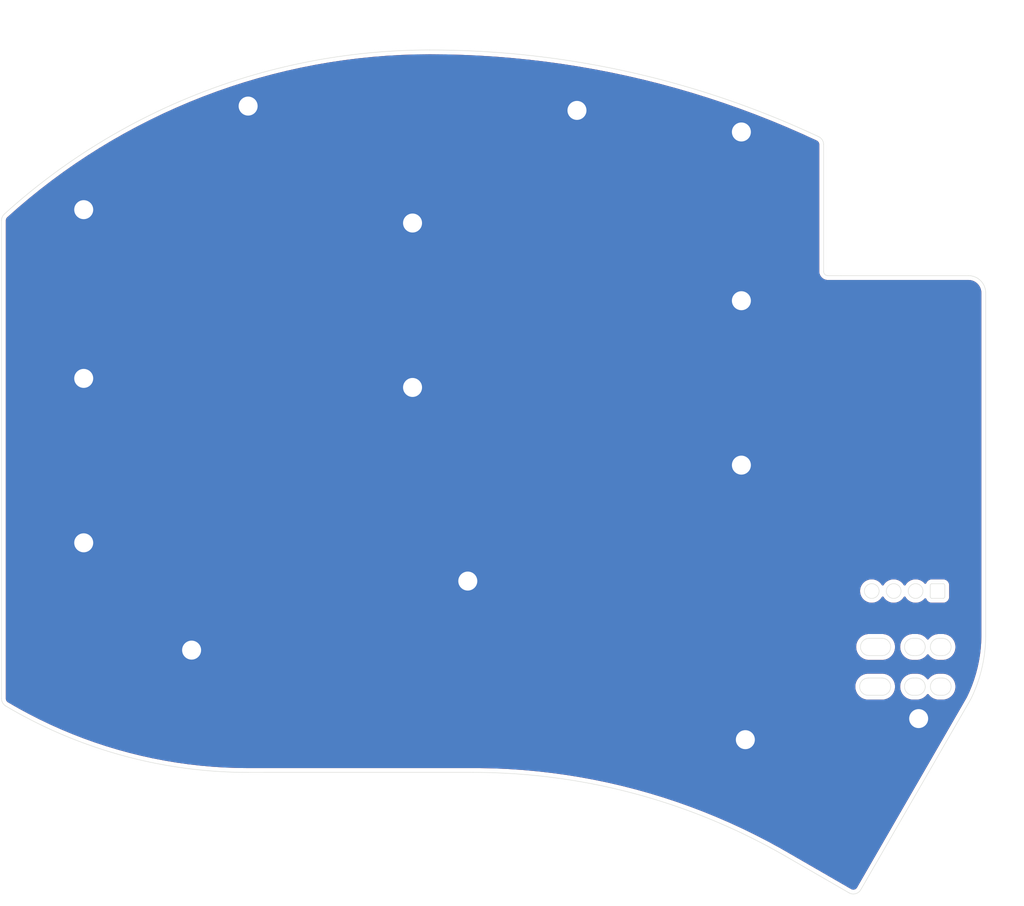
<source format=kicad_pcb>
(kicad_pcb (version 20221018) (generator pcbnew)
  (layers (0 "F.Cu" signal) (31 "B.Cu" signal) (34 "B.Paste" user) (35 "F.Paste" user) (36 "B.SilkS" user "B.Silkscreen") (37 "F.SilkS" user "F.Silkscreen") (38 "B.Mask" user) (39 "F.Mask" user) (44 "Edge.Cuts" user))
  (net 0 "")
  (net 1 "GND")
  (footprint "local:MountingHole_2.2mm_M2_Pad" (layer "F.Cu") (at 235.105481 98.337636)
    (fp_text reference "H12" hide)
    (fp_text value "MountingHole" hide)
    (pad "1" thru_hole circle (at 0 0) (size 4.2 4.2) (drill 2.2) (layers "*.Cu" "*.Mask") (net 1 "GND"))
  )
  (footprint "local:MountingHole_2.2mm_M2_Pad" (layer "F.Cu") (at 197.005477 89.337636)
    (fp_text reference "H7" hide)
    (fp_text value "MountingHole" hide)
    (pad "1" thru_hole circle (at 0 0) (size 4.2 4.2) (drill 2.2) (layers "*.Cu" "*.Mask") (net 1 "GND"))
  )
  (footprint "local:TRRS-PJ-320A_cutout" (layer "F.Cu") (at 261.406021 121.704897 -90)
    (fp_text reference "J1")
    (fp_text value "MJ-4PP-9")
    (fp_line (start -3.3 3.4) (end -3.3 3) (stroke (width 0.05)) (layer "Edge.Cuts"))
    (fp_line (start -3.3 6.4) (end -3.3 6) (stroke (width 0.05)) (layer "Edge.Cuts"))
    (fp_line (start -3.3 11.5) (end -3.3 10) (stroke (width 0.05)) (layer "Edge.Cuts"))
    (fp_line (start -1.3 3) (end -1.3 3.4) (stroke (width 0.05)) (layer "Edge.Cuts"))
    (fp_line (start -1.3 6) (end -1.3 6.4) (stroke (width 0.05)) (layer "Edge.Cuts"))
    (fp_line (start -1.3 10) (end -1.3 11.5) (stroke (width 0.05)) (layer "Edge.Cuts"))
    (fp_line (start 1.3 3) (end 1.3 3.4) (stroke (width 0.05)) (layer "Edge.Cuts"))
    (fp_line (start 1.3 6) (end 1.3 6.4) (stroke (width 0.05)) (layer "Edge.Cuts"))
    (fp_line (start 1.3 10) (end 1.3 11.6) (stroke (width 0.05)) (layer "Edge.Cuts"))
    (fp_line (start 3.3 3.4) (end 3.3 3) (stroke (width 0.05)) (layer "Edge.Cuts"))
    (fp_line (start 3.3 6.4) (end 3.3 6) (stroke (width 0.05)) (layer "Edge.Cuts"))
    (fp_line (start 3.3 11.6) (end 3.3 10) (stroke (width 0.05)) (layer "Edge.Cuts"))
    (fp_arc (start -3.3 3) (mid -2.3 2) (end -1.3 3) (stroke (width 0.05)) (layer "Edge.Cuts"))
    (fp_arc (start -3.3 6) (mid -2.3 5) (end -1.3 6) (stroke (width 0.05)) (layer "Edge.Cuts"))
    (fp_arc (start -3.3 10) (mid -2.3 9) (end -1.3 10) (stroke (width 0.05)) (layer "Edge.Cuts"))
    (fp_arc (start -1.3 3.4) (mid -2.3 4.4) (end -3.3 3.4) (stroke (width 0.05)) (layer "Edge.Cuts"))
    (fp_arc (start -1.3 6.4) (mid -2.3 7.4) (end -3.3 6.4) (stroke (width 0.05)) (layer "Edge.Cuts"))
    (fp_arc (start -1.3 11.5) (mid -2.3 12.5) (end -3.3 11.5) (stroke (width 0.05)) (layer "Edge.Cuts"))
    (fp_arc (start 1.3 3) (mid 2.3 2) (end 3.3 3) (stroke (width 0.05)) (layer "Edge.Cuts"))
    (fp_arc (start 1.3 6) (mid 2.3 5) (end 3.3 6) (stroke (width 0.05)) (layer "Edge.Cuts"))
    (fp_arc (start 1.3 10) (mid 2.3 9) (end 3.3 10) (stroke (width 0.05)) (layer "Edge.Cuts"))
    (fp_arc (start 3.3 3.4) (mid 2.3 4.4) (end 1.3 3.4) (stroke (width 0.05)) (layer "Edge.Cuts"))
    (fp_arc (start 3.3 6.4) (mid 2.3 7.4) (end 1.3 6.4) (stroke (width 0.05)) (layer "Edge.Cuts"))
    (fp_arc (start 3.3 11.6) (mid 2.3 12.6) (end 1.3 11.6) (stroke (width 0.05)) (layer "Edge.Cuts"))
  )
  (footprint "local:MountingHole_2.2mm_M2_Pad" (layer "F.Cu") (at 197.005477 70.287636)
    (fp_text reference "H6" hide)
    (fp_text value "MountingHole" hide)
    (pad "1" thru_hole circle (at 0 0) (size 4.2 4.2) (drill 2.2) (layers "*.Cu" "*.Mask") (net 1 "GND"))
  )
  (footprint "local:MountingHole_2.2mm_M2_Pad" (layer "F.Cu") (at 235.56383 130.145735 -22.5)
    (fp_text reference "H13" hide)
    (fp_text value "MountingHole" hide)
    (pad "1" thru_hole circle (at 0 0 337.5) (size 4.2 4.2) (drill 2.2) (layers "*.Cu" "*.Mask") (net 1 "GND"))
  )
  (footprint "local:MountingHole_2.2mm_M2_Pad" (layer "F.Cu") (at 171.405953 119.770761)
    (fp_text reference "H5" hide)
    (fp_text value "MountingHole" hide)
    (pad "1" thru_hole circle (at 0 0) (size 4.2 4.2) (drill 2.2) (layers "*.Cu" "*.Mask") (net 1 "GND"))
  )
  (footprint "local:OLED_I2C_128x32_cutout" (layer "F.Cu") (at 254.020266 112.925697 90)
    (fp_text reference "J2" hide)
    (fp_text value "OLED")
    (fp_line (start -0.85 3.16) (end -0.85 4.46) (stroke (width 0.05)) (layer "Edge.Cuts"))
    (fp_line (start -0.65 4.66) (end 0.65 4.66) (stroke (width 0.05)) (layer "Edge.Cuts"))
    (fp_line (start 0.65 2.96) (end -0.65 2.96) (stroke (width 0.05)) (layer "Edge.Cuts"))
    (fp_line (start 0.85 4.46) (end 0.85 3.16) (stroke (width 0.05)) (layer "Edge.Cuts"))
    (fp_arc (start -0.85 3.16) (mid -0.791421 3.018579) (end -0.65 2.96) (stroke (width 0.05)) (layer "Edge.Cuts"))
    (fp_arc (start -0.65 4.66) (mid -0.791421 4.601421) (end -0.85 4.46) (stroke (width 0.05)) (layer "Edge.Cuts"))
    (fp_arc (start 0.65 2.96) (mid 0.791421 3.018579) (end 0.85 3.16) (stroke (width 0.05)) (layer "Edge.Cuts"))
    (fp_arc (start 0.85 4.46) (mid 0.791421 4.601421) (end 0.65 4.66) (stroke (width 0.05)) (layer "Edge.Cuts"))
    (fp_circle (center 0 -3.81) (end 0.8 -4.11) (stroke (width 0.05)) (fill none) (layer "Edge.Cuts"))
    (fp_circle (center 0 -1.27) (end 0.8 -1.57) (stroke (width 0.05)) (fill none) (layer "Edge.Cuts"))
    (fp_circle (center 0 1.27) (end 0.8544 1.27) (stroke (width 0.05)) (fill none) (layer "Edge.Cuts"))
  )
  (footprint "local:MountingHole_2.2mm_M2_Pad" (layer "F.Cu") (at 216.055485 57.237644)
    (fp_text reference "H9" hide)
    (fp_text value "MountingHole" hide)
    (pad "1" thru_hole circle (at 0 0) (size 4.2 4.2) (drill 2.2) (layers "*.Cu" "*.Mask") (net 1 "GND"))
  )
  (footprint "local:MountingHole_2.2mm_M2_Pad" (layer "F.Cu") (at 235.105483 59.737639)
    (fp_text reference "H10" hide)
    (fp_text value "MountingHole" hide)
    (pad "1" thru_hole circle (at 0 0) (size 4.2 4.2) (drill 2.2) (layers "*.Cu" "*.Mask") (net 1 "GND"))
  )
  (footprint "local:MountingHole_2.2mm_M2_Pad" (layer "F.Cu") (at 203.405952 111.770761)
    (fp_text reference "H8" hide)
    (fp_text value "MountingHole" hide)
    (pad "1" thru_hole circle (at 0 0) (size 4.2 4.2) (drill 2.2) (layers "*.Cu" "*.Mask") (net 1 "GND"))
  )
  (footprint "local:MountingHole_2.2mm_M2_Pad" (layer "F.Cu") (at 255.644654 127.704898 -22.5)
    (fp_text reference "H14" hide)
    (fp_text value "MountingHole" hide)
    (pad "1" thru_hole circle (at 0 0 337.5) (size 4.2 4.2) (drill 2.2) (layers "*.Cu" "*.Mask") (net 1 "GND"))
  )
  (footprint "local:MountingHole_2.2mm_M2_Pad" (layer "F.Cu") (at 177.95548 56.738145)
    (fp_text reference "H4" hide)
    (fp_text value "MountingHole" hide)
    (pad "1" thru_hole circle (at 0 0) (size 4.2 4.2) (drill 2.2) (layers "*.Cu" "*.Mask") (net 1 "GND"))
  )
  (footprint "local:MountingHole_2.2mm_M2_Pad" (layer "F.Cu") (at 235.105484 79.287636)
    (fp_text reference "H11" hide)
    (fp_text value "MountingHole" hide)
    (pad "1" thru_hole circle (at 0 0) (size 4.2 4.2) (drill 2.2) (layers "*.Cu" "*.Mask") (net 1 "GND"))
  )
  (footprint "local:MountingHole_2.2mm_M2_Pad" (layer "F.Cu") (at 158.905476 68.738141)
    (fp_text reference "H1" hide)
    (fp_text value "MountingHole" hide)
    (pad "1" thru_hole circle (at 0 0) (size 4.2 4.2) (drill 2.2) (layers "*.Cu" "*.Mask") (net 1 "GND"))
  )
  (footprint "local:MountingHole_2.2mm_M2_Pad" (layer "F.Cu") (at 158.905474 88.288131)
    (fp_text reference "H2" hide)
    (fp_text value "MountingHole" hide)
    (pad "1" thru_hole circle (at 0 0) (size 4.2 4.2) (drill 2.2) (layers "*.Cu" "*.Mask") (net 1 "GND"))
  )
  (footprint "local:MountingHole_2.2mm_M2_Pad" (layer "F.Cu") (at 158.905485 107.33813)
    (fp_text reference "H3" hide)
    (fp_text value "MountingHole" hide)
    (pad "1" thru_hole circle (at 0 0) (size 4.2 4.2) (drill 2.2) (layers "*.Cu" "*.Mask") (net 1 "GND"))
  )
  (gr_line (start 261.411205 76.382542) (end 246.62988 76.382993) (stroke (width 0.05)) (layer "Edge.Cuts"))
  (gr_line (start 248.94193 147.527394) (end 261.664186 125.491606) (stroke (width 0.05)) (layer "Edge.Cuts"))
  (gr_line (start 247.575899 147.893429) (end 240.193214 143.631026) (stroke (width 0.05)) (layer "Edge.Cuts"))
  (gr_line (start 263.411195 78.382678) (end 263.410878 118.167445) (stroke (width 0.05)) (layer "Edge.Cuts"))
  (gr_arc (start 199.005222 50.237213) (mid 222.083041 52.778869) (end 244.05468 60.281727) (stroke (width 0.05)) (layer "Edge.Cuts"))
  (gr_arc (start 263.410878 118.167445) (mid 262.953809 121.928801) (end 261.664186 125.491606) (stroke (width 0.05)) (layer "Edge.Cuts"))
  (gr_arc (start 177.95579 133.938631) (mid 163.386992 131.978508) (end 149.854276 126.237641) (stroke (width 0.05)) (layer "Edge.Cuts"))
  (gr_line (start 204.017673 133.93829) (end 177.95579 133.938631) (stroke (width 0.05)) (layer "Edge.Cuts"))
  (gr_line (start 149.380883 125.388283) (end 149.380883 69.988384) (stroke (width 0.05)) (layer "Edge.Cuts"))
  (gr_arc (start 149.854276 126.237641) (mid 149.507249 125.874449) (end 149.380874 125.388283) (stroke (width 0.05)) (layer "Edge.Cuts"))
  (gr_arc (start 244.05468 60.281727) (mid 244.474007 60.65085) (end 244.629936 61.187303) (stroke (width 0.05)) (layer "Edge.Cuts"))
  (gr_arc (start 245.129942 76.383169) (mid 244.776404 76.236708) (end 244.629936 75.883166) (stroke (width 0.05)) (layer "Edge.Cuts"))
  (gr_line (start 245.129942 76.383169) (end 246.62988 76.382993) (stroke (width 0.05)) (layer "Edge.Cuts"))
  (gr_arc (start 149.704682 69.25173) (mid 172.585078 55.155571) (end 199.005222 50.237213) (stroke (width 0.05)) (layer "Edge.Cuts"))
  (gr_arc (start 261.411205 76.382542) (mid 262.825394 76.968443) (end 263.411195 78.382678) (stroke (width 0.05)) (layer "Edge.Cuts"))
  (gr_arc (start 248.94193 147.527394) (mid 248.334723 147.993355) (end 247.575899 147.893429) (stroke (width 0.05)) (layer "Edge.Cuts"))
  (gr_arc (start 204.017673 133.93829) (mid 222.743452 136.403462) (end 240.193214 143.631026) (stroke (width 0.05)) (layer "Edge.Cuts"))
  (gr_arc (start 149.380883 69.988384) (mid 149.46543 69.586053) (end 149.704682 69.25173) (stroke (width 0.05)) (layer "Edge.Cuts"))
  (gr_line (start 244.629936 75.883166) (end 244.629936 61.187303) (stroke (width 0.05)) (layer "Edge.Cuts"))
  (zone (net 1) (net_name "GND") (layers "F&B.Cu") (connect_pads yes (clearance 0.254)) (min_thickness 0.25) (fill yes (thermal_gap 0.5) (thermal_bridge_width 0.5))
    (polygon (pts (xy 149.95006 44.5) (xy 264.206127 44.44644) (xy 264.206127 149.44644) (xy 149.206127 149.44644) (xy 149.206127 49.44644)))
  )
)
</source>
